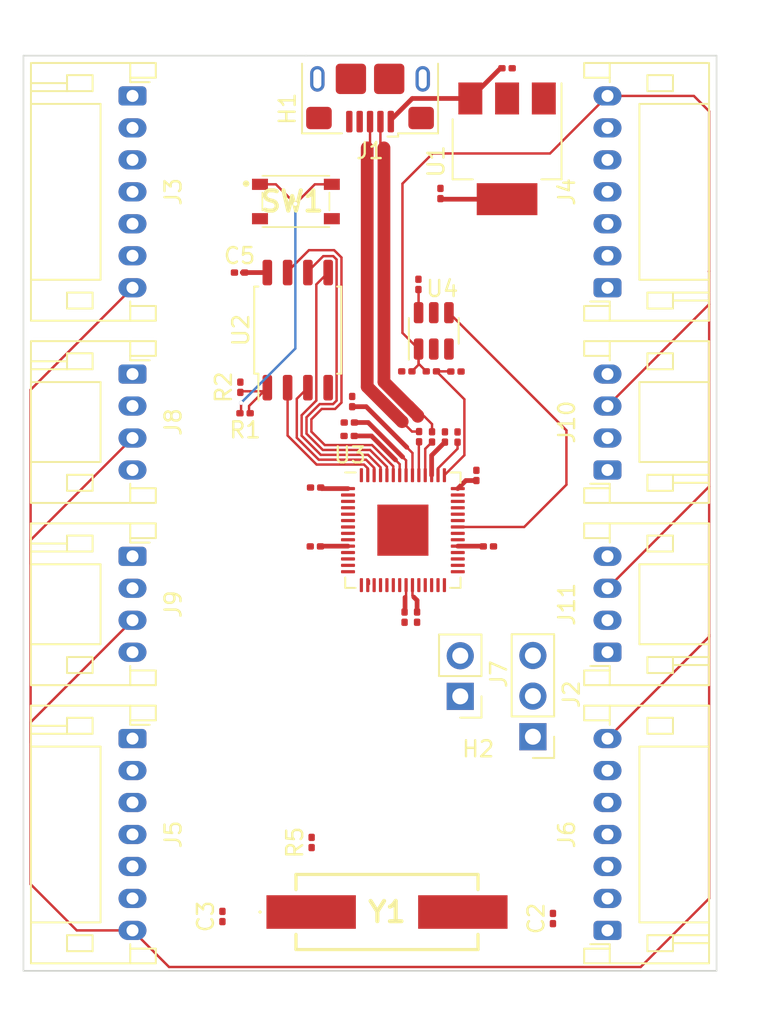
<source format=kicad_pcb>
(kicad_pcb (version 20221018) (generator pcbnew)
  (layers (0 "F.Cu" signal) (31 "B.Cu" signal) (34 "B.Paste" user) (35 "F.Paste" user) (36 "B.SilkS" user "B.Silkscreen") (37 "F.SilkS" user "F.Silkscreen") (38 "B.Mask" user) (39 "F.Mask" user) (44 "Edge.Cuts" user))
  (net 0 "")
  (net 1 "VBUS")
  (net 2 "GND")
  (net 3 "/XIN")
  (net 4 "Net-(C3-Pad2)")
  (net 5 "+3V3")
  (net 6 "+1V1")
  (net 7 "Net-(U3-VREG_IN)")
  (net 8 "/ADC_AVDD")
  (net 9 "Net-(U4-VDD)")
  (net 10 "/USB_D-")
  (net 11 "/USB_D+")
  (net 13 "/SWCLK")
  (net 14 "/SWDIO")
  (net 15 "/GPIO6")
  (net 16 "/GPIO4")
  (net 17 "/GPIO7")
  (net 18 "/GPIO5")
  (net 19 "/ADC_VREF")
  (net 20 "/GPIO10")
  (net 21 "/GPIO8")
  (net 22 "/GPIO11")
  (net 23 "/GPIO9")
  (net 24 "/GPIO14")
  (net 25 "/GPIO12")
  (net 26 "/GPIO15")
  (net 27 "/GPIO13")
  (net 28 "/GPIO18")
  (net 29 "/GPIO16")
  (net 30 "/GPIO19")
  (net 31 "/GPIO17")
  (net 32 "Net-(J7-RX)")
  (net 33 "Net-(J7-TX)")
  (net 34 "/QSPI_SS")
  (net 35 "Net-(SW1-COM_1)")
  (net 36 "/XOUT")
  (net 37 "/QSPI_SD1")
  (net 38 "/QSPI_SD2")
  (net 39 "/QSPI_SD0")
  (net 40 "/QSPI_SCLK")
  (net 41 "/QSPI_SD3")
  (net 49 "/MCP1501_SHDN")
  (net 51 "/GPIO26_ADC0")
  (net 52 "/GPIO27_ADC1")
  (net 53 "/GPIO28_ADC2")
  (net 54 "/GPIO29_ADC3")
  (net 55 "Net-(U3-USB_DP)")
  (net 56 "Net-(U3-USB_DM)")
  (footprint "Package_SO:SOIC-8_5.23x5.23mm_P1.27mm" (layer "F.Cu") (at 102.762 61.4 90)
    (fp_text reference "U2" (at 0 -3.56 90) (layer "F.SilkS"))
    (fp_text value "W25Q128JVS")
    (pad "1" smd roundrect (at -3.6 -1.905 90) (size 1.6 0.6) (layers "F.Cu" "F.Paste" "F.Mask") (net 34 "/QSPI_SS"))
    (pad "2" smd roundrect (at -3.6 -0.635 90) (size 1.6 0.6) (layers "F.Cu" "F.Paste" "F.Mask") (net 37 "/QSPI_SD1"))
    (pad "3" smd roundrect (at -3.6 0.635 90) (size 1.6 0.6) (layers "F.Cu" "F.Paste" "F.Mask") (net 38 "/QSPI_SD2"))
    (pad "4" smd roundrect (at -3.6 1.905 90) (size 1.6 0.6) (layers "F.Cu" "F.Paste" "F.Mask") (net 2 "GND"))
    (pad "5" smd roundrect (at 3.6 1.905 90) (size 1.6 0.6) (layers "F.Cu" "F.Paste" "F.Mask") (net 39 "/QSPI_SD0"))
    (pad "6" smd roundrect (at 3.6 0.635 90) (size 1.6 0.6) (layers "F.Cu" "F.Paste" "F.Mask") (net 40 "/QSPI_SCLK"))
    (pad "7" smd roundrect (at 3.6 -0.635 90) (size 1.6 0.6) (layers "F.Cu" "F.Paste" "F.Mask") (net 41 "/QSPI_SD3"))
    (pad "8" smd roundrect (at 3.6 -1.905 90) (size 1.6 0.6) (layers "F.Cu" "F.Paste" "F.Mask") (net 5 "+3V3"))
  )
  (footprint "Capacitor_SMD:C_0201_0603Metric" (layer "F.Cu") (at 112.77 68.09 90)
    (fp_text reference "C10" hide)
    (fp_text value "1μF")
    (pad "1" smd roundrect (at -0.32 0 90) (size 0.46 0.4) (layers "F.Cu" "F.Mask") (net 7 "Net-(U3-VREG_IN)"))
    (pad "2" smd roundrect (at 0.32 0 90) (size 0.46 0.4) (layers "F.Cu" "F.Mask") (net 2 "GND"))
  )
  (footprint "Capacitor_SMD:C_0201_0603Metric" (layer "F.Cu") (at 118.745 98.207 90)
    (fp_text reference "C2" (at 0 -1.05 90) (layer "F.SilkS"))
    (fp_text value "27pF")
    (pad "1" smd roundrect (at -0.32 0 90) (size 0.46 0.4) (layers "F.Cu" "F.Mask") (net 2 "GND"))
    (pad "2" smd roundrect (at 0.32 0 90) (size 0.46 0.4) (layers "F.Cu" "F.Mask") (net 3 "/XIN"))
  )
  (footprint "Capacitor_SMD:C_0201_0603Metric" (layer "F.Cu") (at 105.982 68.02 180)
    (fp_text reference "C6" hide)
    (fp_text value "100nF")
    (pad "1" smd roundrect (at -0.32 0 180) (size 0.46 0.4) (layers "F.Cu" "F.Mask") (net 6 "+1V1"))
    (pad "2" smd roundrect (at 0.32 0 180) (size 0.46 0.4) (layers "F.Cu" "F.Mask") (net 2 "GND"))
  )
  (footprint "Package_TO_SOT_SMD:SOT-23-6" (layer "F.Cu") (at 111.28 61.4475 90)
    (fp_text reference "U4" (at 2.6375 0.53 180) (layer "F.SilkS"))
    (fp_text value "MCP1501-10xCH")
    (pad "1" smd roundrect (at -1.1375 -0.95 90) (size 1.325 0.6) (layers "F.Cu" "F.Paste" "F.Mask") (net 19 "/ADC_VREF"))
    (pad "2" smd roundrect (at -1.1375 0 90) (size 1.325 0.6) (layers "F.Cu" "F.Paste" "F.Mask") (net 2 "GND"))
    (pad "3" smd roundrect (at -1.1375 0.95 90) (size 1.325 0.6) (layers "F.Cu" "F.Paste" "F.Mask") (net 2 "GND"))
    (pad "4" smd roundrect (at 1.1375 0.95 90) (size 1.325 0.6) (layers "F.Cu" "F.Paste" "F.Mask") (net 49 "/MCP1501_SHDN"))
    (pad "5" smd roundrect (at 1.1375 0 90) (size 1.325 0.6) (layers "F.Cu" "F.Paste" "F.Mask") (net 2 "GND"))
    (pad "6" smd roundrect (at 1.1375 -0.95 90) (size 1.325 0.6) (layers "F.Cu" "F.Paste" "F.Mask") (net 9 "Net-(U4-VDD)"))
  )
  (footprint "Resistor_SMD:R_0201_0603Metric" (layer "F.Cu") (at 99.462 66.6 180)
    (fp_text reference "R1" (at 0 -1.05 180) (layer "F.SilkS"))
    (fp_text value "1kΩ")
    (pad "1" smd roundrect (at -0.32 0 180) (size 0.46 0.4) (layers "F.Cu" "F.Mask") (net 34 "/QSPI_SS"))
    (pad "2" smd roundrect (at 0.32 0 180) (size 0.46 0.4) (layers "F.Cu" "F.Mask") (net 35 "Net-(SW1-COM_1)"))
  )
  (footprint "Capacitor_SMD:C_0201_0603Metric" (layer "F.Cu") (at 113.95 70.49 -90)
    (fp_text reference "C14" hide)
    (fp_text value "100nF")
    (pad "1" smd roundrect (at -0.32 0 270) (size 0.46 0.4) (layers "F.Cu" "F.Mask") (net 5 "+3V3"))
    (pad "2" smd roundrect (at 0.32 0 270) (size 0.46 0.4) (layers "F.Cu" "F.Mask") (net 2 "GND"))
  )
  (footprint "Capacitor_SMD:C_0201_0603Metric" (layer "F.Cu") (at 105.992 67.18)
    (fp_text reference "C15" hide)
    (fp_text value "100nF")
    (pad "1" smd roundrect (at -0.32 0) (size 0.46 0.4) (layers "F.Cu" "F.Mask") (net 5 "+3V3"))
    (pad "2" smd roundrect (at 0.32 0) (size 0.46 0.4) (layers "F.Cu" "F.Mask") (net 2 "GND"))
  )
  (footprint "Capacitor_SMD:C_0201_0603Metric" (layer "F.Cu") (at 103.882 71.247)
    (fp_text reference "C9" hide)
    (fp_text value "100nF")
    (pad "1" smd roundrect (at -0.32 0) (size 0.46 0.4) (layers "F.Cu" "F.Mask") (net 5 "+3V3"))
    (pad "2" smd roundrect (at 0.32 0) (size 0.46 0.4) (layers "F.Cu" "F.Mask") (net 2 "GND"))
  )
  (footprint "Package_TO_SOT_SMD:SOT-223-3_TabPin2" (layer "F.Cu") (at 115.872 50.06 -90)
    (fp_text reference "U1" (at 0.78 4.442 90) (layer "F.SilkS"))
    (fp_text value "NCP1117-3.3_SOT223")
    (pad "1" smd rect (at -3.15 -2.3 270) (size 2 1.5) (layers "F.Cu" "F.Paste" "F.Mask") (net 2 "GND"))
    (pad "2" smd rect (at -3.15 0 270) (size 2 1.5) (layers "F.Cu" "F.Paste" "F.Mask") (net 5 "+3V3"))
    (pad "2" smd rect (at 3.15 0 270) (size 2 3.8) (layers "F.Cu" "F.Paste" "F.Mask") (net 5 "+3V3"))
    (pad "3" smd rect (at -3.15 2.3 270) (size 2 1.5) (layers "F.Cu" "F.Paste" "F.Mask") (net 1 "VBUS"))
  )
  (footprint "Capacitor_SMD:C_0201_0603Metric" (layer "F.Cu") (at 115.872 45.02)
    (fp_text reference "C1" hide)
    (fp_text value "10μF")
    (pad "1" smd roundrect (at -0.32 0) (size 0.46 0.4) (layers "F.Cu" "F.Mask") (net 1 "VBUS"))
    (pad "2" smd roundrect (at 0.32 0) (size 0.46 0.4) (layers "F.Cu" "F.Mask") (net 2 "GND"))
  )
  (footprint "Resistor_SMD:R_0201_0603Metric" (layer "F.Cu") (at 109.595 63.98)
    (fp_text reference "R3" hide)
    (fp_text value "200Ω")
    (pad "1" smd roundrect (at -0.32 0) (size 0.46 0.4) (layers "F.Cu" "F.Mask") (net 5 "+3V3"))
    (pad "2" smd roundrect (at 0.32 0) (size 0.46 0.4) (layers "F.Cu" "F.Mask") (net 19 "/ADC_VREF"))
  )
  (footprint "Resistor_SMD:R_0201_0603Metric" (layer "F.Cu") (at 110.362 68.065 -90)
    (fp_text reference "R6" hide)
    (fp_text value "27.4")
    (pad "1" smd roundrect (at -0.32 0 270) (size 0.46 0.4) (layers "F.Cu" "F.Mask") (net 11 "/USB_D+"))
    (pad "2" smd roundrect (at 0.32 0 270) (size 0.46 0.4) (layers "F.Cu" "F.Mask") (net 55 "Net-(U3-USB_DP)"))
  )
  (footprint "Connector_PinHeader_2.54mm:PinHeader_1x03_P2.54mm_Vertical" (layer "F.Cu") (at 117.49 86.835 180)
    (fp_text reference "J2" (at -2.413 2.652 90) (layer "F.SilkS"))
    (fp_text value "Conn_01x03_Socket-PicoDebug")
    (pad "1" thru_hole rect (at 0 0 180) (size 1.7 1.7) (drill 1) (layers "*.Cu" "*.Mask") (net 13 "/SWCLK"))
    (pad "2" thru_hole oval (at 0 2.54 180) (size 1.7 1.7) (drill 1) (layers "*.Cu" "*.Mask") (net 2 "GND"))
    (pad "3" thru_hole oval (at 0 5.08 180) (size 1.7 1.7) (drill 1) (layers "*.Cu" "*.Mask") (net 14 "/SWDIO"))
  )
  (footprint "Capacitor_SMD:C_0201_0603Metric" (layer "F.Cu") (at 106.172 65.87 -90)
    (fp_text reference "C16" hide)
    (fp_text value "100nF")
    (pad "1" smd roundrect (at -0.32 0 270) (size 0.46 0.4) (layers "F.Cu" "F.Mask") (net 5 "+3V3"))
    (pad "2" smd roundrect (at 0.32 0 270) (size 0.46 0.4) (layers "F.Cu" "F.Mask") (net 2 "GND"))
  )
  (footprint "Connector_JST:JST_PH_S7B-PH-K_1x07_P2.00mm_Horizontal" (layer "F.Cu") (at 122.162 58.75 90)
    (fp_text reference "J4" (at 6 -2.55 90) (layer "F.SilkS"))
    (fp_text value "HW-SPI1")
    (pad "1" thru_hole roundrect (at 0 0 90) (size 1.2 1.75) (drill 0.75) (layers "*.Cu" "*.Mask") (roundrect_rratio 0.208333) (net 2 "GND"))
    (pad "2" thru_hole oval (at 2 0 90) (size 1.2 1.75) (drill 0.75) (layers "*.Cu" "*.Mask") (net 5 "+3V3"))
    (pad "3" thru_hole oval (at 4 0 90) (size 1.2 1.75) (drill 0.75) (layers "*.Cu" "*.Mask") (net 20 "/GPIO10"))
    (pad "4" thru_hole oval (at 6 0 90) (size 1.2 1.75) (drill 0.75) (layers "*.Cu" "*.Mask") (net 21 "/GPIO8"))
    (pad "5" thru_hole oval (at 8 0 90) (size 1.2 1.75) (drill 0.75) (layers "*.Cu" "*.Mask") (net 22 "/GPIO11"))
    (pad "6" thru_hole oval (at 10 0 90) (size 1.2 1.75) (drill 0.75) (layers "*.Cu" "*.Mask") (net 23 "/GPIO9"))
    (pad "7" thru_hole oval (at 12 0 90) (size 1.2 1.75) (drill 0.75) (layers "*.Cu" "*.Mask") (net 19 "/ADC_VREF"))
  )
  (footprint "Connector_JST:JST_PH_S7B-PH-K_1x07_P2.00mm_Horizontal" (layer "F.Cu") (at 92.412 86.95 -90)
    (fp_text reference "J5" (at 6 -2.55 90) (layer "F.SilkS"))
    (fp_text value "PIO-SPI0")
    (pad "1" thru_hole roundrect (at 0 0 270) (size 1.2 1.75) (drill 0.75) (layers "*.Cu" "*.Mask") (roundrect_rratio 0.208333) (net 2 "GND"))
    (pad "2" thru_hole oval (at 2 0 270) (size 1.2 1.75) (drill 0.75) (layers "*.Cu" "*.Mask") (net 5 "+3V3"))
    (pad "3" thru_hole oval (at 4 0 270) (size 1.2 1.75) (drill 0.75) (layers "*.Cu" "*.Mask") (net 24 "/GPIO14"))
    (pad "4" thru_hole oval (at 6 0 270) (size 1.2 1.75) (drill 0.75) (layers "*.Cu" "*.Mask") (net 25 "/GPIO12"))
    (pad "5" thru_hole oval (at 8 0 270) (size 1.2 1.75) (drill 0.75) (layers "*.Cu" "*.Mask") (net 26 "/GPIO15"))
    (pad "6" thru_hole oval (at 10 0 270) (size 1.2 1.75) (drill 0.75) (layers "*.Cu" "*.Mask") (net 27 "/GPIO13"))
    (pad "7" thru_hole oval (at 12 0 270) (size 1.2 1.75) (drill 0.75) (layers "*.Cu" "*.Mask") (net 19 "/ADC_VREF"))
  )
  (footprint "Capacitor_SMD:C_0201_0603Metric" (layer "F.Cu") (at 98.044 98.08 90)
    (fp_text reference "C3" (at 0 -1.05 90) (layer "F.SilkS"))
    (fp_text value "27pF")
    (pad "1" smd roundrect (at -0.32 0 90) (size 0.46 0.4) (layers "F.Cu" "F.Mask") (net 2 "GND"))
    (pad "2" smd roundrect (at 0.32 0 90) (size 0.46 0.4) (layers "F.Cu" "F.Mask") (net 4 "Net-(C3-Pad2)"))
  )
  (footprint "Connector_JST:JST_PH_S4B-PH-K_1x04_P2.00mm_Horizontal" (layer "F.Cu") (at 92.412 64.15 -90)
    (fp_text reference "J8" (at 3 -2.55 90) (layer "F.SilkS"))
    (fp_text value "RP2040_ADC0")
    (pad "1" thru_hole roundrect (at 0 0 270) (size 1.2 1.75) (drill 0.75) (layers "*.Cu" "*.Mask") (roundrect_rratio 0.208333) (net 2 "GND"))
    (pad "2" thru_hole oval (at 2 0 270) (size 1.2 1.75) (drill 0.75) (layers "*.Cu" "*.Mask") (net 5 "+3V3"))
    (pad "3" thru_hole oval (at 4 0 270) (size 1.2 1.75) (drill 0.75) (layers "*.Cu" "*.Mask") (net 19 "/ADC_VREF"))
    (pad "4" thru_hole oval (at 6 0 270) (size 1.2 1.75) (drill 0.75) (layers "*.Cu" "*.Mask") (net 51 "/GPIO26_ADC0"))
  )
  (footprint "Capacitor_SMD:C_0201_0603Metric" (layer "F.Cu") (at 111.98 68.085 90)
    (fp_text reference "C8" hide)
    (fp_text value "1μF")
    (pad "1" smd roundrect (at -0.32 0 90) (size 0.46 0.4) (layers "F.Cu" "F.Mask") (net 6 "+1V1"))
    (pad "2" smd roundrect (at 0.32 0 90) (size 0.46 0.4) (layers "F.Cu" "F.Mask") (net 2 "GND"))
  )
  (footprint "MountingHole:MountingHole_2.7mm_M2.5" (layer "F.Cu") (at 114.062 91.3)
    (fp_text reference "H2" (at 0 -3.7) (layer "F.SilkS"))
    (fp_text value "M2.5")
    (pad "" np_thru_hole circle (at 0 0) (size 2.7 2.7) (drill 2.7) (layers "F&B.Cu" "*.Mask"))
  )
  (footprint "Resistor_SMD:R_0201_0603Metric" (layer "F.Cu") (at 111.13 63.98)
    (fp_text reference "R4" hide)
    (fp_text value "1Ω")
    (pad "1" smd roundrect (at -0.32 0) (size 0.46 0.4) (layers "F.Cu" "F.Mask") (net 19 "/ADC_VREF"))
    (pad "2" smd roundrect (at 0.32 0) (size 0.46 0.4) (layers "F.Cu" "F.Mask") (net 8 "/ADC_AVDD"))
  )
  (footprint "Connector_JST:JST_PH_S7B-PH-K_1x07_P2.00mm_Horizontal" (layer "F.Cu") (at 92.412 46.75 -90)
    (fp_text reference "J3" (at 6 -2.55 90) (layer "F.SilkS"))
    (fp_text value "HW-SPI0")
    (pad "1" thru_hole roundrect (at 0 0 270) (size 1.2 1.75) (drill 0.75) (layers "*.Cu" "*.Mask") (roundrect_rratio 0.208333) (net 2 "GND"))
    (pad "2" thru_hole oval (at 2 0 270) (size 1.2 1.75) (drill 0.75) (layers "*.Cu" "*.Mask") (net 5 "+3V3"))
    (pad "3" thru_hole oval (at 4 0 270) (size 1.2 1.75) (drill 0.75) (layers "*.Cu" "*.Mask") (net 15 "/GPIO6"))
    (pad "4" thru_hole oval (at 6 0 270) (size 1.2 1.75) (drill 0.75) (layers "*.Cu" "*.Mask") (net 16 "/GPIO4"))
    (pad "5" thru_hole oval (at 8 0 270) (size 1.2 1.75) (drill 0.75) (layers "*.Cu" "*.Mask") (net 17 "/GPIO7"))
    (pad "6" thru_hole oval (at 10 0 270) (size 1.2 1.75) (drill 0.75) (layers "*.Cu" "*.Mask") (net 18 "/GPIO5"))
    (pad "7" thru_hole oval (at 12 0 270) (size 1.2 1.75) (drill 0.75) (layers "*.Cu" "*.Mask") (net 19 "/ADC_VREF"))
  )
  (footprint "Connector_JST:JST_PH_S4B-PH-K_1x04_P2.00mm_Horizontal" (layer "F.Cu") (at 122.162 70.15 90)
    (fp_text reference "J10" (at 3 -2.55 90) (layer "F.SilkS"))
    (fp_text value "RP2040_ADC2")
    (pad "1" thru_hole roundrect (at 0 0 90) (size 1.2 1.75) (drill 0.75) (layers "*.Cu" "*.Mask") (roundrect_rratio 0.208333) (net 2 "GND"))
    (pad "2" thru_hole oval (at 2 0 90) (size 1.2 1.75) (drill 0.75) (layers "*.Cu" "*.Mask") (net 5 "+3V3"))
    (pad "3" thru_hole oval (at 4 0 90) (size 1.2 1.75) (drill 0.75) (layers "*.Cu" "*.Mask") (net 19 "/ADC_VREF"))
    (pad "4" thru_hole oval (at 6 0 90) (size 1.2 1.75) (drill 0.75) (layers "*.Cu" "*.Mask") (net 53 "/GPIO28_ADC2"))
  )
  (footprint "Connector_JST:JST_PH_S7B-PH-K_1x07_P2.00mm_Horizontal" (layer "F.Cu") (at 122.162 98.95 90)
    (fp_text reference "J6" (at 6 -2.55 90) (layer "F.SilkS"))
    (fp_text value "PIO-SPI1")
    (pad "1" thru_hole roundrect (at 0 0 90) (size 1.2 1.75) (drill 0.75) (layers "*.Cu" "*.Mask") (roundrect_rratio 0.208333) (net 2 "GND"))
    (pad "2" thru_hole oval (at 2 0 90) (size 1.2 1.75) (drill 0.75) (layers "*.Cu" "*.Mask") (net 5 "+3V3"))
    (pad "3" thru_hole oval (at 4 0 90) (size 1.2 1.75) (drill 0.75) (layers "*.Cu" "*.Mask") (net 28 "/GPIO18"))
    (pad "4" thru_hole oval (at 6 0 90) (size 1.2 1.75) (drill 0.75) (layers "*.Cu" "*.Mask") (net 29 "/GPIO16"))
    (pad "5" thru_hole oval (at 8 0 90) (size 1.2 1.75) (drill 0.75) (layers "*.Cu" "*.Mask") (net 30 "/GPIO19"))
    (pad "6" thru_hole oval (at 10 0 90) (size 1.2 1.75) (drill 0.75) (layers "*.Cu" "*.Mask") (net 31 "/GPIO17"))
    (pad "7" thru_hole oval (at 12 0 90) (size 1.2 1.75) (drill 0.75) (layers "*.Cu" "*.Mask") (net 19 "/ADC_VREF"))
  )
  (footprint "Capacitor_SMD:C_0201_0603Metric" (layer "F.Cu") (at 111.7 52.855 90)
    (fp_text reference "C4" hide)
    (fp_text value "10μF")
    (pad "1" smd roundrect (at -0.32 0 90) (size 0.46 0.4) (layers "F.Cu" "F.Mask") (net 5 "+3V3"))
    (pad "2" smd roundrect (at 0.32 0 90) (size 0.46 0.4) (layers "F.Cu" "F.Mask") (net 2 "GND"))
  )
  (footprint "PTS815_SJM_250_SMTR_LFS:PTS815SJM250SMTRLFS" (layer "F.Cu") (at 102.647 53.355)
    (fp_text reference "SW1" (at -0.235 -0.005) (layer "F.SilkS") (effects (font (size 1.27 1.27) (thickness 0.254))))
    (fp_text value "PTS815_SJM_250_SMTR_LFS" hide)
    (pad "1" smd rect (at -2.25 -1.075 90) (size 0.7 1) (layers "F.Cu" "F.Paste" "F.Mask") (net 35 "Net-(SW1-COM_1)"))
    (pad "2" smd rect (at 2.25 -1.075 90) (size 0.7 1) (layers "F.Cu" "F.Paste" "F.Mask") (net 35 "Net-(SW1-COM_1)"))
    (pad "3" smd rect (at -2.25 1.075 90) (size 0.7 1) (layers "F.Cu" "F.Paste" "F.Mask") (net 2 "GND"))
    (pad "4" smd rect (at 2.25 1.075 90) (size 0.7 1) (layers "F.Cu" "F.Paste" "F.Mask") (net 2 "GND"))
  )
  (footprint "Capacitor_SMD:C_0201_0603Metric" (layer "F.Cu") (at 103.865 74.93)
    (fp_text reference "C11" hide)
    (fp_text value "100nF")
    (pad "1" smd roundrect (at -0.32 0) (size 0.46 0.4) (layers "F.Cu" "F.Mask") (net 5 "+3V3"))
    (pad "2" smd roundrect (at 0.32 0) (size 0.46 0.4) (layers "F.Cu" "F.Mask") (net 2 "GND"))
  )
  (footprint "Package_DFN_QFN:QFN-56-1EP_7x7mm_P0.4mm_EP3.2x3.2mm" (layer "F.Cu") (at 109.347 73.914)
    (fp_text reference "U3" (at -3.317 -4.694) (layer "F.SilkS"))
    (fp_text value "RP2040")
    (pad "1" smd roundrect (at -3.4375 -2.6) (size 0.875 0.2) (layers "F.Cu" "F.Paste" "F.Mask") (net 2 "GND"))
    (pad "2" smd roundrect (at -3.4375 -2.2) (size 0.875 0.2) (layers "F.Cu" "F.Paste" "F.Mask") (net 33 "Net-(J7-TX)"))
    (pad "3" smd roundrect (at -3.4375 -1.8) (size 0.875 0.2) (layers "F.Cu" "F.Paste" "F.Mask") (net 32 "Net-(J7-RX)"))
    (pad "4" smd roundrect (at -3.4375 -1.4) (size 0.875 0.2) (layers "F.Cu" "F.Paste" "F.Mask"))
    (pad "5" smd roundrect (at -3.4375 -1) (size 0.875 0.2) (layers "F.Cu" "F.Paste" "F.Mask"))
    (pad "6" smd roundrect (at -3.4375 -0.6) (size 0.875 0.2) (layers "F.Cu" "F.Paste" "F.Mask") (net 16 "/GPIO4"))
    (pad "7" smd roundrect (at -3.4375 -0.2) (size 0.875 0.2) (layers "F.Cu" "F.Paste" "F.Mask") (net 18 "/GPIO5"))
    (pad "8" smd roundrect (at -3.4375 0.2) (size 0.875 0.2) (layers "F.Cu" "F.Paste" "F.Mask") (net 15 "/GPIO6"))
    (pad "9" smd roundrect (at -3.4375 0.6) (size 0.875 0.2) (layers "F.Cu" "F.Paste" "F.Mask") (net 17 "/GPIO7"))
    (pad "10" smd roundrect (at -3.4375 1) (size 0.875 0.2) (layers "F.Cu" "F.Paste" "F.Mask") (net 2 "GND"))
    (pad "11" smd roundrect (at -3.4375 1.4) (size 0.875 0.2) (layers "F.Cu" "F.Paste" "F.Mask") (net 21 "/GPIO8"))
    (pad "12" smd roundrect (at -3.4375 1.8) (size 0.875 0.2) (layers "F.Cu" "F.Paste" "F.Mask") (net 23 "/GPIO9"))
    (pad "13" smd roundrect (at -3.4375 2.2) (size 0.875 0.2) (layers "F.Cu" "F.Paste" "F.Mask") (net 20 "/GPIO10"))
    (pad "14" smd roundrect (at -3.4375 2.6) (size 0.875 0.2) (layers "F.Cu" "F.Paste" "F.Mask") (net 22 "/GPIO11"))
    (pad "15" smd roundrect (at -2.6 3.4375) (size 0.2 0.875) (layers "F.Cu" "F.Paste" "F.Mask") (net 25 "/GPIO12"))
    (pad "16" smd roundrect (at -2.2 3.4375) (size 0.2 0.875) (layers "F.Cu" "F.Paste" "F.Mask") (net 27 "/GPIO13"))
    (pad "17" smd roundrect (at -1.8 3.4375) (size 0.2 0.875) (layers "F.Cu" "F.Paste" "F.Mask") (net 24 "/GPIO14"))
    (pad "18" smd roundrect (at -1.4 3.4375) (size 0.2 0.875) (layers "F.Cu" "F.Paste" "F.Mask") (net 26 "/GPIO15"))
    (pad "19" smd roundrect (at -1 3.4375) (size 0.2 0.875) (layers "F.Cu" "F.Paste" "F.Mask"))
    (pad "20" smd roundrect (at -0.6 3.4375) (size 0.2 0.875) (layers "F.Cu" "F.Paste" "F.Mask") (net 3 "/XIN"))
    (pad "21" smd roundrect (at -0.2 3.4375) (size 0.2 0.875) (layers "F.Cu" "F.Paste" "F.Mask") (net 36 "/XOUT"))
    (pad "22" smd roundrect (at 0.2 3.4375) (size 0.2 0.875) (layers "F.Cu" "F.Paste" "F.Mask") (net 2 "GND"))
    (pad "23" smd roundrect (at 0.6 3.4375) (size 0.2 0.875) (layers "F.Cu" "F.Paste" "F.Mask") (net 6 "+1V1"))
    (pad "24" smd roundrect (at 1 3.4375) (size 0.2 0.875) (layers "F.Cu" "F.Paste" "F.Mask") (net 13 "/SWCLK"))
    (pad "25" smd roundrect (at 1.4 3.4375) (size 0.2 0.875) (layers "F.Cu" "F.Paste" "F.Mask") (net 14 "/SWDIO"))
    (pad "26" smd roundrect (at 1.8 3.4375) (size 0.2 0.875) (layers "F.Cu" "F.Paste" "F.Mask"))
    (pad "27" smd roundrect (at 2.2 3.4375) (size 0.2 0.875) (layers "F.Cu" "F.Paste" "F.Mask") (net 29 "/GPIO16"))
    (pad "28" smd roundrect (at 2.6 3.4375) (size 0.2 0.875) (layers "F.Cu" "F.Paste" "F.Mask") (net 31 "/GPIO17"))
    (pad "29" smd roundrect (at 3.4375 2.6) (size 0.875 0.2) (layers "F.Cu" "F.Paste" "F.Mask") (net 28 "/GPIO18"))
    (pad "30" smd roundrect (at 3.4375 2.2) (size 0.875 0.2) (layers "F.Cu" "F.Paste" "F.Mask") (net 30 "/GPIO19"))
    (pad "31" smd roundrect (at 3.4375 1.8) (size 0.875 0.2) (layers "F.Cu" "F.Paste" "F.Mask"))
    (pad "32" smd roundrect (at 3.4375 1.4) (size 0.875 0.2) (layers "F.Cu" "F.Paste" "F.Mask"))
    (pad "33" smd roundrect (at 3.4375 1) (size 0.875 0.2) (layers "F.Cu" "F.Paste" "F.Mask") (net 2 "GND"))
    (pad "34" smd roundrect (at 3.4375 0.6) (size 0.875 0.2) (layers "F.Cu" "F.Paste" "F.Mask") (net 2 "GND"))
    (pad "35" smd roundrect (at 3.4375 0.2) (size 0.875 0.2) (layers "F.Cu" "F.Paste" "F.Mask"))
    (pad "36" smd roundrect (at 3.4375 -0.2) (size 0.875 0.2) (layers "F.Cu" "F.Paste" "F.Mask") (net 49 "/MCP1501_SHDN"))
    (pad "37" smd roundrect (at 3.4375 -0.6) (size 0.875 0.2) (layers "F.Cu" "F.Paste" "F.Mask"))
    (pad "38" smd roundrect (at 3.4375 -1) (size 0.875 0.2) (layers "F.Cu" "F.Paste" "F.Mask") (net 51 "/GPIO26_ADC0"))
    (pad "39" smd roundrect (at 3.4375 -1.4) (size 0.875 0.2) (layers "F.Cu" "F.Paste" "F.Mask") (net 52 "/GPIO27_ADC1"))
    (pad "40" smd roundrect (at 3.4375 -1.8) (size 0.875 0.2) (layers "F.Cu" "F.Paste" "F.Mask") (net 53 "/GPIO28_ADC2"))
    (pad "41" smd roundrect (at 3.4375 -2.2) (size 0.875 0.2) (layers "F.Cu" "F.Paste" "F.Mask") (net 54 "/GPIO29_ADC3"))
    (pad "42" smd roundrect (at 3.4375 -2.6) (size 0.875 0.2) (layers "F.Cu" "F.Paste" "F.Mask") (net 2 "GND"))
    (pad "43" smd roundrect (at 2.6 -3.4375) (size 0.2 0.875) (layers "F.Cu" "F.Paste" "F.Mask") (net 8 "/ADC_AVDD"))
    (pad "44" smd roundrect (at 2.2 -3.4375) (size 0.2 0.875) (layers "F.Cu" "F.Paste" "F.Mask") (net 7 "Net-(U3-VREG_IN)"))
    (pad "45" smd roundrect (at 1.8 -3.4375) (size 0.2 0.875) (layers "F.Cu" "F.Paste" "F.Mask") (net 6 "+1V1"))
    (pad "46" smd roundrect (at 1.4 -3.4375) (size 0.2 0.875) (layers "F.Cu" "F.Paste" "F.Mask") (net 56 "Net-(U3-USB_DM)"))
    (pad "47" smd roundrect (at 1 -3.4375) (size 0.2 0.875) (layers "F.Cu" "F.Paste" "F.Mask") (net 55 "Net-(U3-USB_DP)"))
    (pad "48" smd roundrect (at 0.6 -3.4375) (size 0.2 0.875) (layers "F.Cu" "F.Paste" "F.Mask") (net 2 "GND"))
    (pad "49" smd roundrect (at 0.2 -3.4375) (size 0.2 0.875) (layers "F.Cu" "F.Paste" "F.Mask") (net 2 "GND"))
    (pad "50" smd roundrect (at -0.2 -3.4375) (size 0.2 0.875) (layers "F.Cu" "F.Paste" "F.Mask") (net 6 "+1V1"))
    (pad "51" smd roundrect (at -0.6 -3.4375) (size 0.2 0.875) (layers "F.Cu" "F.Paste" "F.Mask") (net 41 "/QSPI_SD3"))
    (pad "52" smd roundrect (at -1 -3.4375) (size 0.2 0.875) (layers "F.Cu" "F.Paste" "F.Mask") (net 40 "/QSPI_SCLK"))
    (pad "53" smd roundrect (at -1.4 -3.4375) (size 0.2 0.875) (layers "F.Cu" "F.Paste" "F.Mask") (net 39 "/QSPI_SD0"))
    (pad "54" smd roundrect (at -1.8 -3.4375) (size 0.2 0.875) (layers "F.Cu" "F.Paste" "F.Mask") (net 38 "/QSPI_SD2"))
    (pad "55" smd roundrect (at -2.2 -3.4375) (size 0.2 0.875) (layers "F.Cu" "F.Paste" "F.Mask") (net 37 "/QSPI_SD1"))
    (pad "56" smd roundrect (at -2.6 -3.4375) (size 0.2 0.875) (layers "F.Cu" "F.Paste" "F.Mask") (net 34 "/QSPI_SS"))
    (pad "57" smd rect (at 0 0) (size 3.2 3.2) (layers "F.Cu" "F.Mask") (net 2 "GND"))
  )
  (footprint "Capacitor_SMD:C_0201_0603Metric" (layer "F.Cu") (at 110.32 58.54 90)
    (fp_text reference "C18" hide)
    (fp_text value "0.1uF")
    (pad "1" smd roundrect (at -0.32 0 90) (size 0.46 0.4) (layers "F.Cu" "F.Mask") (net 9 "Net-(U4-VDD)"))
    (pad "2" smd roundrect (at 0.32 0 90) (size 0.46 0.4) (layers "F.Cu" "F.Mask") (net 1 "VBUS"))
  )
  (footprint "Connector_JST:JST_PH_S4B-PH-K_1x04_P2.00mm_Horizontal" (layer "F.Cu") (at 92.412 75.55 -90)
    (fp_text reference "J9" (at 3 -2.55 90) (layer "F.SilkS"))
    (fp_text value "RP2040_ADC1")
    (pad "1" thru_hole roundrect (at 0 0 270) (size 1.2 1.75) (drill 0.75) (layers "*.Cu" "*.Mask") (roundrect_rratio 0.208333) (net 2 "GND"))
    (pad "2" thru_hole oval (at 2 0 270) (size 1.2 1.75) (drill 0.75) (layers "*.Cu" "*.Mask") (net 5 "+3V3"))
    (pad "3" thru_hole oval (at 4 0 270) (size 1.2 1.75) (drill 0.75) (layers "*.Cu" "*.Mask") (net 19 "/ADC_VREF"))
    (pad "4" thru_hole oval (at 6 0 270) (size 1.2 1.75) (drill 0.75) (layers "*.Cu" "*.Mask") (net 52 "/GPIO27_ADC1"))
  )
  (footprint "Connector_USB:USB_Micro-B_Amphenol_10118193-0001LF_Horizontal" (layer "F.Cu") (at 107.29 45.683 180)
    (fp_text reference "J1" (at 0 -4.5) (layer "F.SilkS"))
    (fp_text value "USB_B_Micro")
    (pad "1" smd roundrect (at -1.3 -2.675 180) (size 0.4 1.35) (layers "F.Cu" "F.Paste" "F.Mask") (net 1 "VBUS"))
    (pad "2" smd roundrect (at -0.65 -2.675 180) (size 0.4 1.35) (layers "F.Cu" "F.Paste" "F.Mask") (net 10 "/USB_D-"))
    (pad "3" smd roundrect (at 0 -2.675 180) (size 0.4 1.35) (layers "F.Cu" "F.Paste" "F.Mask") (net 11 "/USB_D+"))
    (pad "4" smd roundrect (at 0.65 -2.675 180) (size 0.4 1.35) (layers "F.Cu" "F.Paste" "F.Mask"))
    (pad "5" smd roundrect (at 1.3 -2.675 180) (size 0.4 1.35) (layers "F.Cu" "F.Paste" "F.Mask") (net 2 "GND"))
    (pad "6" thru_hole oval (at -3.3 0 270) (size 1.6 0.9) (drill oval 1.2 0.5) (layers "*.Cu" "*.Mask" "F.Paste") (net 2 "GND"))
    (pad "6" smd roundrect (at -3.2 -2.45 180) (size 1.6 1.4) (layers "F.Cu" "F.Paste" "F.Mask") (roundrect_rratio 0.1785714286) (net 2 "GND"))
    (pad "6" smd roundrect (at -1.2 0 180) (size 1.9 1.9) (layers "F.Cu" "F.Paste" "F.Mask") (roundrect_rratio 0.1315789474) (net 2 "GND"))
    (pad "6" smd roundrect (at 1.2 0 180) (size 1.9 1.9) (layers "F.Cu" "F.Paste" "F.Mask") (roundrect_rratio 0.1315789474) (net 2 "GND"))
    (pad "6" smd roundrect (at 3.2 -2.45 180) (size 1.6 1.4) (layers "F.Cu" "F.Paste" "F.Mask") (roundrect_rratio 0.1785714286) (net 2 "GND"))
    (pad "6" thru_hole oval (at 3.3 0 270) (size 1.6 0.9) (drill oval 1.2 0.5) (layers "*.Cu" "*.Mask" "F.Paste") (net 2 "GND"))
  )
  (footprint "Capacitor_SMD:C_0201_0603Metric" (layer "F.Cu") (at 99.117 57.8)
    (fp_text reference "C5" (at 0 -1.05) (layer "F.SilkS"))
    (fp_text value "100nF")
    (pad "1" smd roundrect (at -0.32 0) (size 0.46 0.4) (layers "F.Cu" "F.Mask") (net 2 "GND"))
    (pad "2" smd roundrect (at 0.32 0) (size 0.46 0.4) (layers "F.Cu" "F.Mask") (net 5 "+3V3"))
  )
  (footprint "Capacitor_SMD:C_0201_0603Metric" (layer "F.Cu") (at 114.702 74.93 180)
    (fp_text reference "C13" hide)
    (fp_text value "100nF")
    (pad "1" smd roundrect (at -0.32 0 180) (size 0.46 0.4) (layers "F.Cu" "F.Mask") (net 5 "+3V3"))
    (pad "2" smd roundrect (at 0.32 0 180) (size 0.46 0.4) (layers "F.Cu" "F.Mask") (net 2 "GND"))
  )
  (footprint "ABLS-12.000MHZ-B4-T:ABLS" (layer "F.Cu") (at 108.352 97.8)
    (fp_text reference "Y1" (at 0 0) (layer "F.SilkS") (effects (font (size 1.27 1.27) (thickness 0.254))))
    (fp_text value "ABLS-12.000MHZ-B4-T" hide)
    (pad "1" smd rect (at -4.75 0 90) (size 2.1 5.6) (layers "F.Cu" "F.Paste" "F.Mask") (net 4 "Net-(C3-Pad2)"))
    (pad "2" smd rect (at 4.75 0 90) (size 2.1 5.6) (layers "F.Cu" "F.Paste" "F.Mask") (net 3 "/XIN"))
  )
  (footprint "Capacitor_SMD:C_0201_0603Metric" (layer "F.Cu") (at 109.452 79.355 90)
    (fp_text reference "C12" hide)
    (fp_text value "100nF")
    (pad "1" smd roundrect (at -0.32 0 90) (size 0.46 0.4) (layers "F.Cu" "F.Mask") (net 5 "+3V3"))
    (pad "2" smd roundrect (at 0.32 0 90) (size 0.46 0.4) (layers "F.Cu" "F.Mask") (net 2 "GND"))
  )
  (footprint "Capacitor_SMD:C_0201_0603Metric" (layer "F.Cu") (at 112.67 63.99)
    (fp_text reference "C17" hide)
    (fp_text value "2.2μF")
    (pad "1" smd roundrect (at -0.32 0) (size 0.46 0.4) (layers "F.Cu" "F.Mask") (net 8 "/ADC_AVDD"))
    (pad "2" smd roundrect (at 0.32 0) (size 0.46 0.4) (layers "F.Cu" "F.Mask") (net 2 "GND"))
  )
  (footprint "MountingHole:MountingHole_2.7mm_M2.5" (layer "F.Cu") (at 98.412 47.55 -90)
    (fp_text reference "H1" (at 0 -3.7 90) (layer "F.SilkS"))
    (fp_text value "M2.5")
    (pad "" np_thru_hole circle (at 0 0 270) (size 2.7 2.7) (drill 2.7) (layers "*.Cu" "*.Mask"))
  )
  (footprint "Resistor_SMD:R_0201_0603Metric" (layer "F.Cu") (at 103.632 93.451 90)
    (fp_text reference "R5" (at 0 -1.05 90) (layer "F.SilkS"))
    (fp_text value "1kΩ")
    (pad "1" smd roundrect (at -0.32 0 90) (size 0.46 0.4) (layers "F.Cu" "F.Mask") (net 4 "Net-(C3-Pad2)"))
    (pad "2" smd roundrect (at 0.32 0 90) (size 0.46 0.4) (layers "F.Cu" "F.Mask") (net 36 "/XOUT"))
  )
  (footprint "Connector_PinHeader_2.54mm:PinHeader_1x02_P2.54mm_Vertical" (layer "F.Cu") (at 112.94 84.31 180)
    (fp_text reference "J7" (at -2.413 1.397 90) (layer "F.SilkS"))
    (fp_text value "SERIAL")
    (pad "1" thru_hole rect (at 0 0 180) (size 1.7 1.7) (drill 1) (layers "*.Cu" "*.Mask") (net 32 "Net-(J7-RX)"))
    (pad "2" thru_hole oval (at 0 2.54 180) (size 1.7 1.7) (drill 1) (layers "*.Cu" "*.Mask") (net 33 "Net-(J7-TX)"))
  )
  (footprint "Connector_JST:JST_PH_S4B-PH-K_1x04_P2.00mm_Horizontal" (layer "F.Cu") (at 122.162 81.55 90)
    (fp_text reference "J11" (at 3 -2.55 90) (layer "F.SilkS"))
    (fp_text value "RP2040_ADC3")
    (pad "1" thru_hole roundrect (at 0 0 90) (size 1.2 1.75) (drill 0.75) (layers "*.Cu" "*.Mask") (roundrect_rratio 0.208333) (net 2 "GND"))
    (pad "2" thru_hole oval (at 2 0 90) (size 1.2 1.75) (drill 0.75) (layers "*.Cu" "*.Mask") (net 5 "+3V3"))
    (pad "3" thru_hole oval (at 4 0 90) (size 1.2 1.75) (drill 0.75) (layers "*.Cu" "*.Mask") (net 19 "/ADC_VREF"))
    (pad "4" thru_hole oval (at 6 0 90) (size 1.2 1.75) (drill 0.75) (layers "*.Cu" "*.Mask") (net 54 "/GPIO29_ADC3"))
  )
  (footprint "Resistor_SMD:R_0201_0603Metric" (layer "F.Cu") (at 111.172 68.08 -90)
    (fp_text reference "R7" hide)
    (fp_text value "27.4")
    (pad "1" smd roundrect (at -0.32 0 270) (size 0.46 0.4) (layers "F.Cu" "F.Mask") (net 10 "/USB_D-"))
    (pad "2" smd roundrect (at 0.32 0 270) (size 0.46 0.4) (layers "F.Cu" "F.Mask") (net 56 "Net-(U3-USB_DM)"))
  )
  (footprint "Capacitor_SMD:C_0201_0603Metric" (layer "F.Cu") (at 110.236 79.354 -90)
    (fp_text reference "C7" hide)
    (fp_text value "100nF")
    (pad "1" smd roundrect (at -0.32 0 270) (size 0.46 0.4) (layers "F.Cu" "F.Mask") (net 6 "+1V1"))
    (pad "2" smd roundrect (at 0.32 0 270) (size 0.46 0.4) (layers "F.Cu" "F.Mask") (net 2 "GND"))
  )
  (footprint "Resistor_SMD:R_0201_0603Metric" (layer "F.Cu") (at 99.167 64.975 90)
    (fp_text reference "R2" (at 0 -1.05 90) (layer "F.SilkS"))
    (fp_text value "DNF")
    (pad "1" smd roundrect (at -0.32 0 90) (size 0.46 0.4) (layers "F.Cu" "F.Mask") (net 34 "/QSPI_SS"))
    (pad "2" smd roundrect (at 0.32 0 90) (size 0.46 0.4) (layers "F.Cu" "F.Mask") (net 5 "+3V3"))
  )
  (gr_line (start 128.992 44.23) (end 128.992 101.48) (stroke (width 0.1)) (layer "Edge.Cuts"))
  (gr_line (start 103.282 44.23) (end 85.582 44.23) (stroke (width 0.1)) (layer "Edge.Cuts"))
  (gr_line (start 103.282 44.23) (end 128.992 44.23) (stroke (width 0.1)) (layer "Edge.Cuts"))
  (gr_line (start 85.582 101.48) (end 85.582 44.23) (stroke (width 0.1)) (layer "Edge.Cuts"))
  (gr_line (start 128.992 101.48) (end 85.582 101.48) (stroke (width 0.1)) (layer "Edge.Cuts"))
  (segment (start 115.462 45.02) (end 113.572 46.91) (width 0.295656) (layer "F.Cu") (net 1))
  (segment (start 108.59 47.822) (end 108.59 48.358) (width 0.295656) (layer "F.Cu") (net 1))
  (segment (start 109.93486 46.91) (end 108.59 48.25486) (width 0.295656) (layer "F.Cu") (net 1))
  (segment (start 113.572 46.91) (end 113.43286 47.04914) (width 0.295656) (layer "F.Cu") (net 1))
  (segment (start 113.572 46.91) (end 109.93486 46.91) (width 0.295656) (layer "F.Cu") (net 1))
  (segment (start 115.622 45.02) (end 115.462 45.02) (width 0.295656) (layer "F.Cu") (net 1))
  (segment (start 108.59 48.25486) (end 108.59 48.358) (width 0.295656) (layer "F.Cu") (net 1))
  (segment (start 109.547 78.055) (end 109.482 78.12) (width 0.1524) (layer "F.Cu") (net 2))
  (segment (start 109.078823 69.083177) (end 109.330056 69.33441) (width 0.295656) (layer "F.Cu") (net 2))
  (segment (start 109.547 69.551354) (end 109.330056 69.33441) (width 0.1524) (layer "F.Cu") (net 2))
  (segment (start 107.052 66.19) (end 109.592 68.73) (width 0.295656) (layer "F.Cu") (net 2))
  (segment (start 106.172 66.19) (end 107.052 66.19) (width 0.295656) (layer "F.Cu") (net 2))
  (segment (start 109.547 70.4765) (end 109.547 69.551354) (width 0.1524) (layer "F.Cu") (net 2))
  (segment (start 109.482 79.005) (end 109.452 79.035) (width 0.295656) (layer "F.Cu") (net 2))
  (segment (start 105.9095 74.914) (end 104.201 74.914) (width 0.295656) (layer "F.Cu") (net 2))
  (segment (start 107.175646 67.18) (end 109.078823 69.083177) (width 0.295656) (layer "F.Cu") (net 2))
  (segment (start 104.269 71.314) (end 104.202 71.247) (width 0.295656) (layer "F.Cu") (net 2))
  (segment (start 109.547 77.3515) (end 109.547 78.055) (width 0.1524) (layer "F.Cu") (net 2))
  (segment (start 105.9095 71.314) (end 104.269 71.314) (width 0.295656) (layer "F.Cu") (net 2))
  (segment (start 106.312 67.18) (end 107.175646 67.18) (width 0.295656) (layer "F.Cu") (net 2))
  (segment (start 109.482 78.12) (end 109.482 79.005) (width 0.295656) (layer "F.Cu") (net 2))
  (segment (start 104.201 74.914) (end 104.185 74.93) (width 0.295656) (layer "F.Cu") (net 2))
  (segment (start 109.947 69.085) (end 109.592 68.73) (width 0.1524) (layer "F.Cu") (net 2))
  (segment (start 113.2885 70.81) (end 112.7845 71.314) (width 0.295656) (layer "F.Cu") (net 2))
  (segment (start 113.95 70.81) (end 113.2885 70.81) (width 0.295656) (layer "F.Cu") (net 2))
  (segment (start 112.7845 74.914) (end 114.366 74.914) (width 0.295656) (layer "F.Cu") (net 2))
  (segment (start 114.366 74.914) (end 114.382 74.93) (width 0.295656) (layer "F.Cu") (net 2))
  (segment (start 109.947 70.4765) (end 109.947 69.085) (width 0.1524) (layer "F.Cu") (net 2))
  (segment (start 111.735 53.21) (end 111.7 53.175) (width 0.295656) (layer "F.Cu") (net 5))
  (segment (start 115.872 53.21) (end 111.735 53.21) (width 0.295656) (layer "F.Cu") (net 5))
  (segment (start 100.857 57.8) (end 99.287 57.8) (width 0.295656) (layer "F.Cu") (net 5))
  (segment (start 107.382 68.02) (end 108.882 69.52) (width 0.295656) (layer "F.Cu") (net 6))
  (segment (start 110.236 78.304) (end 110.032 78.1) (width 0.295656) (layer "F.Cu") (net 6))
  (segment (start 110.236 79.034) (end 110.236 78.304) (width 0.295656) (layer "F.Cu") (net 6))
  (segment (start 109.947 77.3515) (end 109.947 78.015) (width 0.1524) (layer "F.Cu") (net 6))
  (segment (start 111.147 69.238) (end 111.98 68.405) (width 0.295656) (layer "F.Cu") (net 6))
  (segment (start 109.147 69.785) (end 108.882 69.52) (width 0.1524) (layer "F.Cu") (net 6))
  (segment (start 109.147 70.4765) (end 109.147 69.785) (width 0.1524) (layer "F.Cu") (net 6))
  (segment (start 106.302 68.02) (end 107.382 68.02) (width 0.295656) (layer "F.Cu") (net 6))
  (segment (start 109.947 78.015) (end 110.032 78.1) (width 0.1524) (layer "F.Cu") (net 6))
  (segment (start 111.147 70.4765) (end 111.147 69.238) (width 0.295656) (layer "F.Cu") (net 6))
  (segment (start 111.547 70.045) (end 112.77 68.822) (width 0.1524) (layer "F.Cu") (net 7))
  (segment (start 111.547 70.4765) (end 111.547 70.045) (width 0.1524) (layer "F.Cu") (net 7))
  (segment (start 112.77 68.822) (end 112.77 68.41) (width 0.1524) (layer "F.Cu") (net 7))
  (segment (start 111.544 70.4735) (end 111.547 70.4765) (width 0.15) (layer "F.Cu") (net 7))
  (segment (start 111.947 70.4765) (end 113.1986 69.2249) (width 0.1524) (layer "F.Cu") (net 8))
  (segment (start 113.1986 69.2249) (end 113.1986 65.7286) (width 0.1524) (layer "F.Cu") (net 8))
  (segment (start 113.1986 65.7286) (end 111.45 63.98) (width 0.1524) (layer "F.Cu") (net 8))
  (segment (start 111.45 63.98) (end 112.34 63.98) (width 0.1524) (layer "F.Cu") (net 8))
  (segment (start 112.34 63.98) (end 112.35 63.99) (width 0.1524) (layer "F.Cu") (net 8))
  (segment (start 110.33 60.31) (end 110.33 58.87) (width 0.1524) (layer "F.Cu") (net 9))
  (segment (start 110.33 58.87) (end 110.32 58.86) (width 0.1524) (layer "F.Cu") (net 9))
  (segment (start 108.162 64.643104) (end 109.686496 66.1676) (width 0.8) (layer "F.Cu") (net 10))
  (segment (start 108.162 50) (end 108.162 64.643104) (width 0.8) (layer "F.Cu") (net 10))
  (segment (start 110.282 66.79) (end 110.682 66.79) (width 0.1524) (layer "F.Cu") (net 10))
  (segment (start 109.686496 66.1676) (end 109.696497 66.1676) (width 0.8) (layer "F.Cu") (net 10))
  (segment (start 107.94 48.358) (end 107.94 49.778) (width 0.1524) (layer "F.Cu") (net 10))
  (segment (start 109.696497 66.1676) (end 110.282 66.753103) (width 0.8) (layer "F.Cu") (net 10))
  (segment (start 107.94 49.778) (end 108.162 50) (width 0.1524) (layer "F.Cu") (net 10))
  (segment (start 111.172 67.28) (end 111.172 67.76) (width 0.1524) (layer "F.Cu") (net 10))
  (segment (start 110.682 66.79) (end 111.172 67.28) (width 0.1524) (layer "F.Cu") (net 10))
  (segment (start 110.282 66.753103) (end 110.282 66.79) (width 0.8) (layer "F.Cu") (net 10))
  (segment (start 107.112 50) (end 107.112 64.94) (width 0.8) (layer "F.Cu") (net 11))
  (segment (start 109.292 67.12) (end 109.917 67.745) (width 0.1524) (layer "F.Cu") (net 11))
  (segment (start 109.292 67.12) (end 109.302 67.12) (width 0.8) (layer "F.Cu") (net 11))
  (segment (start 107.112 64.94) (end 109.292 67.12) (width 0.8) (layer "F.Cu") (net 11))
  (segment (start 109.917 67.745) (end 110.362 67.745) (width 0.1524) (layer "F.Cu") (net 11))
  (segment (start 107.29 48.358) (end 107.29 49.822) (width 0.1524) (layer "F.Cu") (net 11))
  (segment (start 107.29 49.822) (end 107.112 50) (width 0.1524) (layer "F.Cu") (net 11))
  (segment (start 110.33 63.5) (end 110.33 62.585) (width 0.1524) (layer "F.Cu") (net 19))
  (segment (start 128.53 80.45) (end 128.53 96.95) (width 0.1524) (layer "F.Cu") (net 19))
  (segment (start 128.53 57.71) (end 128.51 57.73) (width 0.1524) (layer "F.Cu") (net 19))
  (segment (start 128.53 47.71) (end 128.53 57.71) (width 0.1524) (layer "F.Cu") (net 19))
  (segment (start 128.53 71.182) (end 122.162 77.55) (width 0.1524) (layer "F.Cu") (net 19))
  (segment (start 128.53 59.782) (end 128.53 71.182) (width 0.1524) (layer "F.Cu") (net 19))
  (segment (start 128.53 71.182) (end 128.53 80.45) (width 0.1524) (layer "F.Cu") (net 19))
  (segment (start 86.03 85.932) (end 92.412 79.55) (width 0.1524) (layer "F.Cu") (net 19))
  (segment (start 110.33 62.585) (end 109.32 61.575) (width 0.1524) (layer "F.Cu") (net 19))
  (segment (start 86.03 65.132) (end 92.412 58.75) (width 0.1524) (layer "F.Cu") (net 19))
  (segment (start 118.562 50.35) (end 122.162 46.75) (width 0.1524) (layer "F.Cu") (net 19))
  (segment (start 111.21 50.35) (end 118.562 50.35) (width 0.1524) (layer "F.Cu") (net 19))
  (segment (start 128.53 96.95) (end 124.24 101.24) (width 0.1524) (layer "F.Cu") (net 19))
  (segment (start 86.03 96.06) (end 86.03 87.19) (width 0.1524) (layer "F.Cu") (net 19))
  (segment (start 86.03 76.02) (end 86.03 74.532) (width 0.1524) (layer "F.Cu") (net 19))
  (segment (start 128.53 80.582) (end 122.162 86.95) (width 0.1524) (layer "F.Cu") (net 19))
  (segment (start 92.412 98.95) (end 88.92 98.95) (width 0.1524) (layer "F.Cu") (net 19))
  (segment (start 86.03 87.19) (end 86.03 85.932) (width 0.1524) (layer "F.Cu") (net 19))
  (segment (start 122.162 46.75) (end 127.57 46.75) (width 0.1524) (layer "F.Cu") (net 19))
  (segment (start 94.702 101.24) (end 92.412 98.95) (width 0.1524) (layer "F.Cu") (net 19))
  (segment (start 110.33 63.565) (end 109.915 63.98) (width 0.1524) (layer "F.Cu") (net 19))
  (segment (start 86.03 87.19) (end 86.03 76.02) (width 0.1524) (layer "F.Cu") (net 19))
  (segment (start 128.53 59.782) (end 122.162 66.15) (width 0.1524) (layer "F.Cu") (net 19))
  (segment (start 127.57 46.75) (end 128.53 47.71) (width 0.1524) (layer "F.Cu") (net 19))
  (segment (start 109.32 61.575) (end 109.32 52.24) (width 0.1524) (layer "F.Cu") (net 19))
  (segment (start 124.24 101.24) (end 94.702 101.24) (width 0.1524) (layer "F.Cu") (net 19))
  (segment (start 110.81 63.98) (end 110.33 63.5) (width 0.1524) (layer "F.Cu") (net 19))
  (segment (start 86.03 76.02) (end 86.03 65.132) (width 0.1524) (layer "F.Cu") (net 19))
  (segment (start 128.53 80.45) (end 128.53 80.582) (width 0.1524) (layer "F.Cu") (net 19))
  (segment (start 128.53 57.71) (end 128.53 59.782) (width 0.1524) (layer "F.Cu") (net 19))
  (segment (start 110.33 62.585) (end 110.33 63.565) (width 0.1524) (layer "F.Cu") (net 19))
  (segment (start 86.03 74.532) (end 92.412 68.15) (width 0.1524) (layer "F.Cu") (net 19))
  (segment (start 109.32 52.24) (end 111.21 50.35) (width 0.1524) (layer "F.Cu") (net 19))
  (segment (start 88.92 98.95) (end 86.03 96.06) (width 0.1524) (layer "F.Cu") (net 19))
  (segment (start 107.2184 77.2801) (end 107.2184 77.06) (width 0.1524) (layer "F.Cu") (net 27))
  (segment (start 107.147 77.3515) (end 107.2184 77.2801) (width 0.1524) (layer "F.Cu") (net 27))
  (segment (start 100.857 65) (end 99.712 66.145) (width 0.1524) (layer "F.Cu") (net 34))
  (segment (start 100.632 65.225) (end 100.857 65) (width 0.1524) (layer "F.Cu") (net 34))
  (segment (start 99.167 65.225) (end 100.632 65.225) (width 0.1524) (layer "F.Cu") (net 34))
  (segment (start 99.712 66.145) (end 99.712 66.6) (width 0.1524) (layer "F.Cu") (net 34))
  (segment (start 102.612 53.5) (end 101.392 52.28) (width 0.1524) (layer "F.Cu") (net 35))
  (segment (start 103.832 52.28) (end 104.897 52.28) (width 0.1524) (layer "F.Cu") (net 35))
  (segment (start 102.612 53.5) (end 103.832 52.28) (width 0.1524) (layer "F.Cu") (net 35))
  (segment (start 101.392 52.28) (end 100.397 52.28) (width 0.1524) (layer "F.Cu") (net 35))
  (segment (start 99.212 66.6) (end 99.212 65.95) (width 0.1524) (layer "F.Cu") (net 35))
  (via (at 99.212 65.95) (size 0.254) (drill 0.508) (layers "F.Cu" "B.Cu") (net 35))
  (via (at 102.612 53.5) (size 0.254) (drill 0.508) (layers "F.Cu" "B.Cu") (net 35))
  (segment (start 99.212 65.95) (end 102.612 62.55) (width 0.1524) (layer "B.Cu") (net 35))
  (segment (start 102.612 62.55) (end 102.612 53.5) (width 0.1524) (layer "B.Cu") (net 35))
  (segment (start 107.147 70.045) (end 106.9124 69.8104) (width 0.1524) (layer "F.Cu") (net 37))
  (segment (start 107.147 70.4765) (end 107.147 70.045) (width 0.1524) (layer "F.Cu") (net 37))
  (segment (start 106.9124 69.8104) (end 103.9424 69.8104) (width 0.1524) (layer "F.Cu") (net 37))
  (segment (start 102.127 67.995) (end 102.127 65) (width 0.1524) (layer "F.Cu") (net 37))
  (segment (start 103.9424 69.8104) (end 102.127 67.995) (width 0.1524) (layer "F.Cu") (net 37))
  (segment (start 107.547 70.013948) (end 107.038652 69.5056) (width 0.1524) (layer "F.Cu") (net 38))
  (segment (start 107.547 70.4765) (end 107.547 70.013948) (width 0.1524) (layer "F.Cu") (net 38))
  (segment (start 107.038652 69.5056) (end 104.0776 69.5056) (width 0.1524) (layer "F.Cu") (net 38))
  (segment (start 102.702 65.695) (end 103.397 65) (width 0.1524) (layer "F.Cu") (net 38))
  (segment (start 102.702 68.13) (end 102.702 65.695) (width 0.1524) (layer "F.Cu") (net 38))
  (segment (start 104.0776 69.5056) (end 102.702 68.13) (width 0.1524) (layer "F.Cu") (net 38))
  (segment (start 104.667 57.8) (end 104.667 57.705) (width 0.1524) (layer "F.Cu") (net 39))
  (segment (start 103.0068 68.003748) (end 103.0068 66.725621) (width 0.1524) (layer "F.Cu") (net 39))
  (segment (start 107.947 70.4765) (end 107.947 69.982896) (width 0.1524) (layer "F.Cu") (net 39))
  (segment (start 107.164904 69.2008) (end 104.203852 69.2008) (width 0.1524) (layer "F.Cu") (net 39))
  (segment (start 104.203852 69.2008) (end 103.0068 68.003748) (width 0.1524) (layer "F.Cu") (net 39))
  (segment (start 104.667 57.705) (end 104.662 57.7) (width 0.1524) (layer "F.Cu") (net 39))
  (segment (start 103.9256 65.806821) (end 103.9256 58.5414) (width 0.1524) (layer "F.Cu") (net 39))
  (segment (start 103.9256 58.5414) (end 104.667 57.8) (width 0.1524) (layer "F.Cu") (net 39))
  (segment (start 103.0068 66.725621) (end 103.9256 65.806821) (width 0.1524) (layer "F.Cu") (net 39))
  (segment (start 107.947 69.982896) (end 107.164904 69.2008) (width 0.1524) (layer "F.Cu") (net 39))
  (segment (start 104.134873 66.0286) (end 104.973821 66.0286) (width 0.1524) (layer "F.Cu") (net 40))
  (segment (start 103.3116 66.851873) (end 104.134873 66.0286) (width 0.1524) (layer "F.Cu") (net 40))
  (segment (start 104.973821 66.0286) (end 105.1956 65.806821) (width 0.1524) (layer "F.Cu") (net 40))
  (segment (start 104.330104 68.896) (end 103.3116 67.877495) (width 0.1524) (layer "F.Cu") (net 40))
  (segment (start 104.360179 56.7714) (end 103.397 57.734579) (width 0.1524) (layer "F.Cu") (net 40))
  (segment (start 107.291156 68.896) (end 104.330104 68.896) (width 0.1524) (layer "F.Cu") (net 40))
  (segment (start 105.1956 65.806821) (end 105.1956 56.9836) (width 0.1524) (layer "F.Cu") (net 40))
  (segment (start 103.397 57.734579) (end 103.397 57.8) (width 0.1524) (layer "F.Cu") (net 40))
  (segment (start 105.1956 56.9836) (end 104.9834 56.7714) (width 0.1524) (layer "F.Cu") (net 40))
  (segment (start 103.3116 67.877495) (end 103.3116 66.851873) (width 0.1524) (layer "F.Cu") (net 40))
  (segment (start 104.9834 56.7714) (end 104.360179 56.7714) (width 0.1524) (layer "F.Cu") (net 40))
  (segment (start 108.347 69.951844) (end 107.291156 68.896) (width 0.1524) (layer "F.Cu") (net 40))
  (segment (start 108.347 70.4765) (end 108.347 69.951844) (width 0.1524) (layer "F.Cu") (net 40))
  (segment (start 105.5004 65.933073) (end 105.5004 56.857348) (width 0.1524) (layer "F.Cu") (net 41))
  (segment (start 103.6164 66.978125) (end 104.261125 66.3334) (width 0.1524) (layer "F.Cu") (net 41))
  (segment (start 105.100073 66.3334) (end 105.5004 65.933073) (width 0.1524) (layer "F.Cu") (net 41))
  (segment (start 108.747 69.920792) (end 107.417408 68.5912) (width 0.1524) (layer "F.Cu") (net 41))
  (segment (start 107.417408 68.5912) (end 104.456356 68.5912) (width 0.1524) (layer "F.Cu") (net 41))
  (segment (start 104.261125 66.3334) (end 105.100073 66.3334) (width 0.1524) (layer "F.Cu") (net 41))
  (segment (start 104.456356 68.5912) (end 103.6164 67.751244) (width 0.1524) (layer "F.Cu") (net 41))
  (segment (start 103.461579 56.4) (end 102.127 57.734579) (width 0.1524) (layer "F.Cu") (net 41))
  (segment (start 105.043052 56.4) (end 103.461579 56.4) (width 0.1524) (layer "F.Cu") (net 41))
  (segment (start 102.127 57.734579) (end 102.127 57.8) (width 0.1524) (layer "F.Cu") (net 41))
  (segment (start 105.5004 56.857348) (end 105.043052 56.4) (width 0.1524) (layer "F.Cu") (net 41))
  (segment (start 108.747 70.4765) (end 108.747 69.920792) (width 0.1524) (layer "F.Cu") (net 41))
  (segment (start 103.6164 67.751244) (end 103.6164 66.978125) (width 0.1524) (layer "F.Cu") (net 41))
  (segment (start 119.59 71.07) (end 116.946 73.714) (width 0.1524) (layer "F.Cu") (net 49))
  (segment (start 116.946 73.714) (end 112.7845 73.714) (width 0.1524) (layer "F.Cu") (net 49))
  (segment (start 119.59 67.67) (end 119.59 71.07) (width 0.1524) (layer "F.Cu") (net 49))
  (segment (start 112.23 60.31) (end 119.59 67.67) (width 0.1524) (layer "F.Cu") (net 49))
  (segment (start 110.347 70.4765) (end 110.347 68.4) (width 0.1524) (layer "F.Cu") (net 55))
  (segment (start 110.347 68.4) (end 110.362 68.385) (width 0.1524) (layer "F.Cu") (net 55))
  (segment (start 110.747 70.4765) (end 110.747 68.825) (width 0.1524) (layer "F.Cu") (net 56))
  (segment (start 110.747 68.825) (end 111.172 68.4) (width 0.1524) (layer "F.Cu") (net 56))
)
</source>
